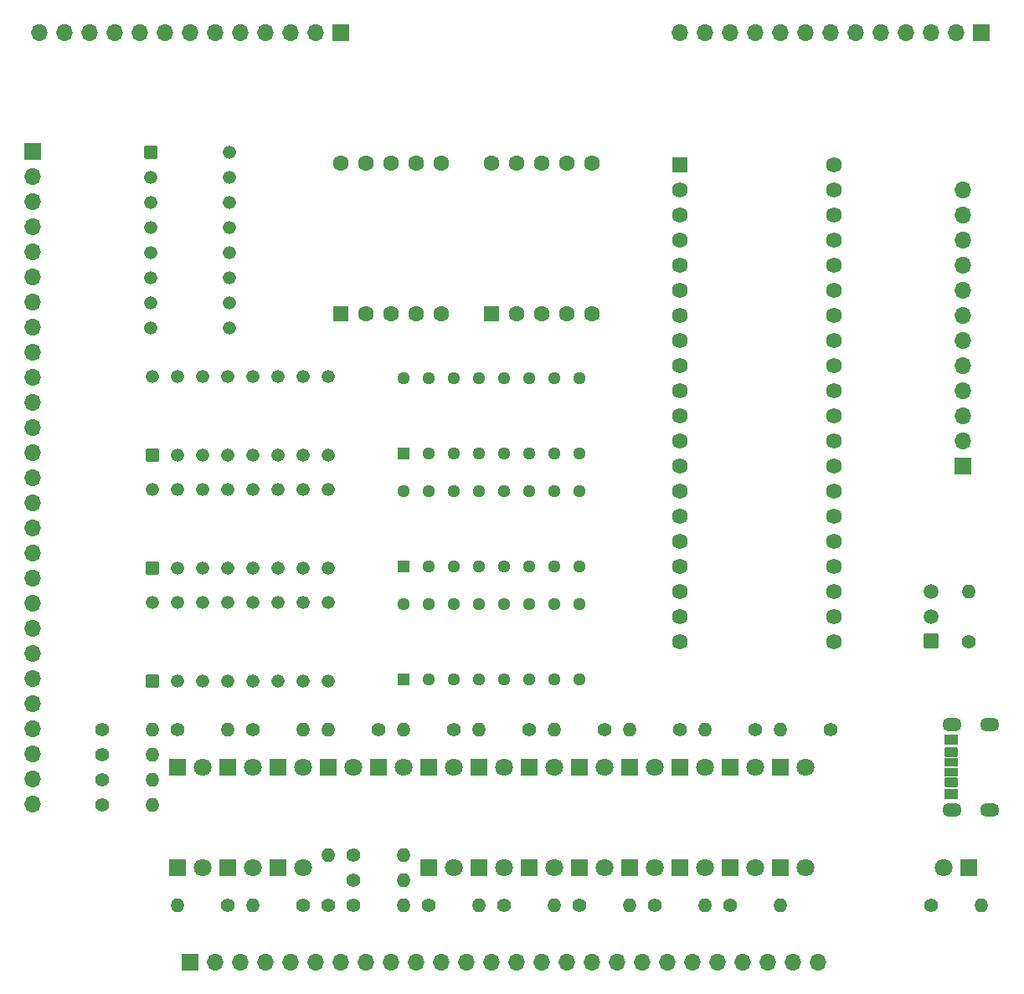
<source format=gts>
%TF.GenerationSoftware,KiCad,Pcbnew,(6.0.9)*%
%TF.CreationDate,2025-06-18T12:33:42-04:00*%
%TF.ProjectId,Motherboard,4d6f7468-6572-4626-9f61-72642e6b6963,1*%
%TF.SameCoordinates,Original*%
%TF.FileFunction,Soldermask,Top*%
%TF.FilePolarity,Negative*%
%FSLAX46Y46*%
G04 Gerber Fmt 4.6, Leading zero omitted, Abs format (unit mm)*
G04 Created by KiCad (PCBNEW (6.0.9)) date 2025-06-18 12:33:42*
%MOMM*%
%LPD*%
G01*
G04 APERTURE LIST*
G04 Aperture macros list*
%AMRoundRect*
0 Rectangle with rounded corners*
0 $1 Rounding radius*
0 $2 $3 $4 $5 $6 $7 $8 $9 X,Y pos of 4 corners*
0 Add a 4 corners polygon primitive as box body*
4,1,4,$2,$3,$4,$5,$6,$7,$8,$9,$2,$3,0*
0 Add four circle primitives for the rounded corners*
1,1,$1+$1,$2,$3*
1,1,$1+$1,$4,$5*
1,1,$1+$1,$6,$7*
1,1,$1+$1,$8,$9*
0 Add four rect primitives between the rounded corners*
20,1,$1+$1,$2,$3,$4,$5,0*
20,1,$1+$1,$4,$5,$6,$7,0*
20,1,$1+$1,$6,$7,$8,$9,0*
20,1,$1+$1,$8,$9,$2,$3,0*%
G04 Aperture macros list end*
%ADD10C,1.400000*%
%ADD11O,1.400000X1.400000*%
%ADD12R,1.800000X1.800000*%
%ADD13C,1.800000*%
%ADD14RoundRect,0.102000X0.654000X-0.654000X0.654000X0.654000X-0.654000X0.654000X-0.654000X-0.654000X0*%
%ADD15C,1.512000*%
%ADD16R,1.295400X1.295400*%
%ADD17C,1.295400*%
%ADD18R,1.700000X1.700000*%
%ADD19O,1.700000X1.700000*%
%ADD20RoundRect,0.102000X-0.689000X-0.689000X0.689000X-0.689000X0.689000X0.689000X-0.689000X0.689000X0*%
%ADD21C,1.582000*%
%ADD22RoundRect,0.102000X0.565000X-0.565000X0.565000X0.565000X-0.565000X0.565000X-0.565000X-0.565000X0*%
%ADD23C,1.334000*%
%ADD24RoundRect,0.102000X-0.565000X-0.565000X0.565000X-0.565000X0.565000X0.565000X-0.565000X0.565000X0*%
%ADD25R,1.600000X1.600000*%
%ADD26C,1.600000*%
%ADD27RoundRect,0.102000X0.600000X-0.350000X0.600000X0.350000X-0.600000X0.350000X-0.600000X-0.350000X0*%
%ADD28RoundRect,0.102000X0.600000X-0.380000X0.600000X0.380000X-0.600000X0.380000X-0.600000X-0.380000X0*%
%ADD29RoundRect,0.102000X0.600000X-0.400000X0.600000X0.400000X-0.600000X0.400000X-0.600000X-0.400000X0*%
%ADD30O,1.954000X1.354000*%
G04 APERTURE END LIST*
D10*
%TO.C,R6*%
X96520000Y-123190000D03*
D11*
X91440000Y-123190000D03*
%TD*%
D10*
%TO.C,R12*%
X45720000Y-123190000D03*
D11*
X50800000Y-123190000D03*
%TD*%
D10*
%TO.C,R4*%
X111760000Y-123190000D03*
D11*
X106680000Y-123190000D03*
%TD*%
D12*
%TO.C,D18*%
X78740000Y-137160000D03*
D13*
X81280000Y-137160000D03*
%TD*%
D12*
%TO.C,D12*%
X63500000Y-127000000D03*
D13*
X66040000Y-127000000D03*
%TD*%
D10*
%TO.C,R5*%
X104140000Y-123190000D03*
D11*
X99060000Y-123190000D03*
%TD*%
D10*
%TO.C,R19*%
X71120000Y-135890000D03*
D11*
X76200000Y-135890000D03*
%TD*%
D14*
%TO.C,SW1*%
X129540000Y-114260000D03*
D15*
X129540000Y-111760000D03*
X129540000Y-109260000D03*
%TD*%
D16*
%TO.C,U1*%
X76200000Y-118110000D03*
D17*
X78740000Y-118110000D03*
X81280000Y-118110000D03*
X83820000Y-118110000D03*
X86360000Y-118110000D03*
X88900000Y-118110000D03*
X91440000Y-118110000D03*
X93980000Y-118110000D03*
X93980000Y-110490000D03*
X91440000Y-110490000D03*
X88900000Y-110490000D03*
X86360000Y-110490000D03*
X83820000Y-110490000D03*
X81280000Y-110490000D03*
X78740000Y-110490000D03*
X76200000Y-110490000D03*
%TD*%
D16*
%TO.C,U6*%
X76200000Y-95250000D03*
D17*
X78740000Y-95250000D03*
X81280000Y-95250000D03*
X83820000Y-95250000D03*
X86360000Y-95250000D03*
X88900000Y-95250000D03*
X91440000Y-95250000D03*
X93980000Y-95250000D03*
X93980000Y-87630000D03*
X91440000Y-87630000D03*
X88900000Y-87630000D03*
X86360000Y-87630000D03*
X83820000Y-87630000D03*
X81280000Y-87630000D03*
X78740000Y-87630000D03*
X76200000Y-87630000D03*
%TD*%
D10*
%TO.C,R9*%
X73660000Y-123190000D03*
D11*
X68580000Y-123190000D03*
%TD*%
D12*
%TO.C,D15*%
X58420000Y-137160000D03*
D13*
X60960000Y-137160000D03*
%TD*%
D10*
%TO.C,R14*%
X68580000Y-140970000D03*
D11*
X68580000Y-135890000D03*
%TD*%
D10*
%TO.C,R23*%
X86360000Y-140970000D03*
D11*
X91440000Y-140970000D03*
%TD*%
D10*
%TO.C,R26*%
X109220000Y-140970000D03*
D11*
X114300000Y-140970000D03*
%TD*%
D16*
%TO.C,U4*%
X76200000Y-106680000D03*
D17*
X78740000Y-106680000D03*
X81280000Y-106680000D03*
X83820000Y-106680000D03*
X86360000Y-106680000D03*
X88900000Y-106680000D03*
X91440000Y-106680000D03*
X93980000Y-106680000D03*
X93980000Y-99060000D03*
X91440000Y-99060000D03*
X88900000Y-99060000D03*
X86360000Y-99060000D03*
X83820000Y-99060000D03*
X81280000Y-99060000D03*
X78740000Y-99060000D03*
X76200000Y-99060000D03*
%TD*%
D10*
%TO.C,R22*%
X78740000Y-140970000D03*
D11*
X83820000Y-140970000D03*
%TD*%
D10*
%TO.C,R16*%
X66040000Y-140970000D03*
D11*
X60960000Y-140970000D03*
%TD*%
D18*
%TO.C,J4*%
X54635000Y-146730000D03*
D19*
X57175000Y-146730000D03*
X59715000Y-146730000D03*
X62255000Y-146730000D03*
X64795000Y-146730000D03*
X67335000Y-146730000D03*
X69875000Y-146730000D03*
X72415000Y-146730000D03*
X74955000Y-146730000D03*
X77495000Y-146730000D03*
X80035000Y-146730000D03*
X82575000Y-146730000D03*
X85115000Y-146730000D03*
X87655000Y-146730000D03*
X90195000Y-146730000D03*
X92735000Y-146730000D03*
X95275000Y-146730000D03*
X97815000Y-146730000D03*
X100355000Y-146730000D03*
X102895000Y-146730000D03*
X105435000Y-146730000D03*
X107975000Y-146730000D03*
X110515000Y-146730000D03*
X113055000Y-146730000D03*
X115595000Y-146730000D03*
X118135000Y-146730000D03*
%TD*%
D12*
%TO.C,D1*%
X133350000Y-137160000D03*
D13*
X130810000Y-137160000D03*
%TD*%
D12*
%TO.C,D10*%
X73660000Y-127000000D03*
D13*
X76200000Y-127000000D03*
%TD*%
D12*
%TO.C,D8*%
X83820000Y-127000000D03*
D13*
X86360000Y-127000000D03*
%TD*%
D12*
%TO.C,D24*%
X109220000Y-137160000D03*
D13*
X111760000Y-137160000D03*
%TD*%
D18*
%TO.C,J1*%
X38690000Y-64740000D03*
D19*
X38690000Y-67280000D03*
X38690000Y-69820000D03*
X38690000Y-72360000D03*
X38690000Y-74900000D03*
X38690000Y-77440000D03*
X38690000Y-79980000D03*
X38690000Y-82520000D03*
X38690000Y-85060000D03*
X38690000Y-87600000D03*
X38690000Y-90140000D03*
X38690000Y-92680000D03*
X38690000Y-95220000D03*
X38690000Y-97760000D03*
X38690000Y-100300000D03*
X38690000Y-102840000D03*
X38690000Y-105380000D03*
X38690000Y-107920000D03*
X38690000Y-110460000D03*
X38690000Y-113000000D03*
X38690000Y-115540000D03*
X38690000Y-118080000D03*
X38690000Y-120620000D03*
X38690000Y-123160000D03*
X38690000Y-125700000D03*
X38690000Y-128240000D03*
X38690000Y-130780000D03*
%TD*%
D20*
%TO.C,U3*%
X104151250Y-66040000D03*
D21*
X104151250Y-68580000D03*
X104143750Y-71120000D03*
X104143750Y-73660000D03*
X104143750Y-76200000D03*
X104143750Y-78740000D03*
X104143750Y-81280000D03*
X104143750Y-83820000D03*
X104143750Y-86360000D03*
X104143750Y-88900000D03*
X104143750Y-91440000D03*
X104143750Y-93980000D03*
X104143750Y-96520000D03*
X104151250Y-99060000D03*
X119701250Y-99060000D03*
X119701250Y-96520000D03*
X119701250Y-93980000D03*
X119701250Y-91440000D03*
X119701250Y-88900000D03*
X119701250Y-86360000D03*
X119701250Y-83820000D03*
X119701250Y-81280000D03*
X119701250Y-78740000D03*
X119701250Y-76200000D03*
X119701250Y-73660000D03*
X119701250Y-71120000D03*
X119701250Y-68580000D03*
X119701250Y-66040000D03*
X104151250Y-101600000D03*
X104151250Y-104140000D03*
X104151250Y-106680000D03*
X104151250Y-109220000D03*
X104151250Y-111760000D03*
X104151250Y-114300000D03*
X119701250Y-114300000D03*
X119701250Y-111760000D03*
X119701250Y-109220000D03*
X119701250Y-106680000D03*
X119701250Y-104140000D03*
X119701250Y-101600000D03*
%TD*%
D12*
%TO.C,D25*%
X114300000Y-137160000D03*
D13*
X116840000Y-137160000D03*
%TD*%
D10*
%TO.C,R1*%
X129540000Y-140970000D03*
D11*
X134620000Y-140970000D03*
%TD*%
D10*
%TO.C,R21*%
X71120000Y-140970000D03*
D11*
X76200000Y-140970000D03*
%TD*%
D18*
%TO.C,J3*%
X134605000Y-52660000D03*
D19*
X132065000Y-52660000D03*
X129525000Y-52660000D03*
X126985000Y-52660000D03*
X124445000Y-52660000D03*
X121905000Y-52660000D03*
X119365000Y-52660000D03*
X116825000Y-52660000D03*
X114285000Y-52660000D03*
X111745000Y-52660000D03*
X109205000Y-52660000D03*
X106665000Y-52660000D03*
X104125000Y-52660000D03*
%TD*%
D12*
%TO.C,D3*%
X109220000Y-127000000D03*
D13*
X111760000Y-127000000D03*
%TD*%
D12*
%TO.C,D16*%
X53340000Y-127000000D03*
D13*
X55880000Y-127000000D03*
%TD*%
D12*
%TO.C,D2*%
X114300000Y-127000000D03*
D13*
X116840000Y-127000000D03*
%TD*%
D10*
%TO.C,R15*%
X45720000Y-128270000D03*
D11*
X50800000Y-128270000D03*
%TD*%
D10*
%TO.C,R17*%
X45720000Y-130810000D03*
D11*
X50800000Y-130810000D03*
%TD*%
D22*
%TO.C,U8*%
X50800000Y-118270000D03*
D23*
X53340000Y-118270000D03*
X55880000Y-118270000D03*
X58420000Y-118270000D03*
X60960000Y-118270000D03*
X63500000Y-118270000D03*
X66040000Y-118270000D03*
X68580000Y-118270000D03*
X68580000Y-110330000D03*
X66040000Y-110330000D03*
X63500000Y-110330000D03*
X60960000Y-110330000D03*
X58420000Y-110330000D03*
X55880000Y-110330000D03*
X53340000Y-110330000D03*
X50800000Y-110330000D03*
%TD*%
D12*
%TO.C,D14*%
X58420000Y-127000000D03*
D13*
X60960000Y-127000000D03*
%TD*%
D10*
%TO.C,R25*%
X101600000Y-140970000D03*
D11*
X106680000Y-140970000D03*
%TD*%
D12*
%TO.C,D21*%
X93980000Y-137160000D03*
D13*
X96520000Y-137160000D03*
%TD*%
D10*
%TO.C,R24*%
X93980000Y-140970000D03*
D11*
X99060000Y-140970000D03*
%TD*%
D12*
%TO.C,D20*%
X88900000Y-137160000D03*
D13*
X91440000Y-137160000D03*
%TD*%
D24*
%TO.C,U2*%
X50640000Y-64770000D03*
D23*
X50640000Y-67310000D03*
X50640000Y-69850000D03*
X50640000Y-72390000D03*
X50640000Y-74930000D03*
X50640000Y-77470000D03*
X50640000Y-80010000D03*
X50640000Y-82550000D03*
X58580000Y-82550000D03*
X58580000Y-80010000D03*
X58580000Y-77470000D03*
X58580000Y-74930000D03*
X58580000Y-72390000D03*
X58580000Y-69850000D03*
X58580000Y-67310000D03*
X58580000Y-64770000D03*
%TD*%
D12*
%TO.C,D22*%
X99060000Y-137160000D03*
D13*
X101600000Y-137160000D03*
%TD*%
D12*
%TO.C,D11*%
X68580000Y-127000000D03*
D13*
X71120000Y-127000000D03*
%TD*%
D12*
%TO.C,D6*%
X93980000Y-127000000D03*
D13*
X96520000Y-127000000D03*
%TD*%
D25*
%TO.C,U7*%
X69850000Y-81157500D03*
D26*
X72390000Y-81157500D03*
X74930000Y-81157500D03*
X77470000Y-81157500D03*
X80010000Y-81157500D03*
X80010000Y-65917500D03*
X77470000Y-65917500D03*
X74930000Y-65917500D03*
X72390000Y-65917500D03*
X69850000Y-65917500D03*
%TD*%
D10*
%TO.C,R8*%
X81280000Y-123190000D03*
D11*
X76200000Y-123190000D03*
%TD*%
D10*
%TO.C,R7*%
X88900000Y-123190000D03*
D11*
X83820000Y-123190000D03*
%TD*%
D25*
%TO.C,U10*%
X85090000Y-81157500D03*
D26*
X87630000Y-81157500D03*
X90170000Y-81157500D03*
X92710000Y-81157500D03*
X95250000Y-81157500D03*
X95250000Y-65917500D03*
X92710000Y-65917500D03*
X90170000Y-65917500D03*
X87630000Y-65917500D03*
X85090000Y-65917500D03*
%TD*%
D12*
%TO.C,D7*%
X88900000Y-127000000D03*
D13*
X91440000Y-127000000D03*
%TD*%
D12*
%TO.C,D4*%
X104140000Y-127000000D03*
D13*
X106680000Y-127000000D03*
%TD*%
D10*
%TO.C,R11*%
X53340000Y-123190000D03*
D11*
X58420000Y-123190000D03*
%TD*%
D22*
%TO.C,U5*%
X50800000Y-95410000D03*
D23*
X53340000Y-95410000D03*
X55880000Y-95410000D03*
X58420000Y-95410000D03*
X60960000Y-95410000D03*
X63500000Y-95410000D03*
X66040000Y-95410000D03*
X68580000Y-95410000D03*
X68580000Y-87470000D03*
X66040000Y-87470000D03*
X63500000Y-87470000D03*
X60960000Y-87470000D03*
X58420000Y-87470000D03*
X55880000Y-87470000D03*
X53340000Y-87470000D03*
X50800000Y-87470000D03*
%TD*%
D12*
%TO.C,D23*%
X104140000Y-137160000D03*
D13*
X106680000Y-137160000D03*
%TD*%
D10*
%TO.C,R18*%
X58420000Y-140970000D03*
D11*
X53340000Y-140970000D03*
%TD*%
D18*
%TO.C,J5*%
X132760000Y-96550000D03*
D19*
X132760000Y-94010000D03*
X132760000Y-91470000D03*
X132760000Y-88930000D03*
X132760000Y-86390000D03*
X132760000Y-83850000D03*
X132760000Y-81310000D03*
X132760000Y-78770000D03*
X132760000Y-76230000D03*
X132760000Y-73690000D03*
X132760000Y-71150000D03*
X132760000Y-68610000D03*
%TD*%
D27*
%TO.C,J6*%
X131590000Y-127500000D03*
D28*
X131590000Y-125480000D03*
D29*
X131590000Y-124250000D03*
D27*
X131590000Y-126500000D03*
D28*
X131590000Y-128520000D03*
D29*
X131590000Y-129750000D03*
D30*
X131670000Y-131320000D03*
X131670000Y-122680000D03*
X135470000Y-131320000D03*
X135470000Y-122680000D03*
%TD*%
D10*
%TO.C,R20*%
X71120000Y-138430000D03*
D11*
X76200000Y-138430000D03*
%TD*%
D12*
%TO.C,D17*%
X53340000Y-137160000D03*
D13*
X55880000Y-137160000D03*
%TD*%
D10*
%TO.C,R10*%
X60960000Y-123190000D03*
D11*
X66040000Y-123190000D03*
%TD*%
D18*
%TO.C,J2*%
X69835000Y-52660000D03*
D19*
X67295000Y-52660000D03*
X64755000Y-52660000D03*
X62215000Y-52660000D03*
X59675000Y-52660000D03*
X57135000Y-52660000D03*
X54595000Y-52660000D03*
X52055000Y-52660000D03*
X49515000Y-52660000D03*
X46975000Y-52660000D03*
X44435000Y-52660000D03*
X41895000Y-52660000D03*
X39355000Y-52660000D03*
%TD*%
D10*
%TO.C,R3*%
X119380000Y-123190000D03*
D11*
X114300000Y-123190000D03*
%TD*%
D12*
%TO.C,D19*%
X83820000Y-137160000D03*
D13*
X86360000Y-137160000D03*
%TD*%
D10*
%TO.C,R2*%
X133350000Y-114300000D03*
D11*
X133350000Y-109220000D03*
%TD*%
D10*
%TO.C,R13*%
X45720000Y-125730000D03*
D11*
X50800000Y-125730000D03*
%TD*%
D12*
%TO.C,D13*%
X63500000Y-137160000D03*
D13*
X66040000Y-137160000D03*
%TD*%
D12*
%TO.C,D9*%
X78740000Y-127000000D03*
D13*
X81280000Y-127000000D03*
%TD*%
D22*
%TO.C,U9*%
X50800000Y-106840000D03*
D23*
X53340000Y-106840000D03*
X55880000Y-106840000D03*
X58420000Y-106840000D03*
X60960000Y-106840000D03*
X63500000Y-106840000D03*
X66040000Y-106840000D03*
X68580000Y-106840000D03*
X68580000Y-98900000D03*
X66040000Y-98900000D03*
X63500000Y-98900000D03*
X60960000Y-98900000D03*
X58420000Y-98900000D03*
X55880000Y-98900000D03*
X53340000Y-98900000D03*
X50800000Y-98900000D03*
%TD*%
D12*
%TO.C,D5*%
X99060000Y-127000000D03*
D13*
X101600000Y-127000000D03*
%TD*%
M02*

</source>
